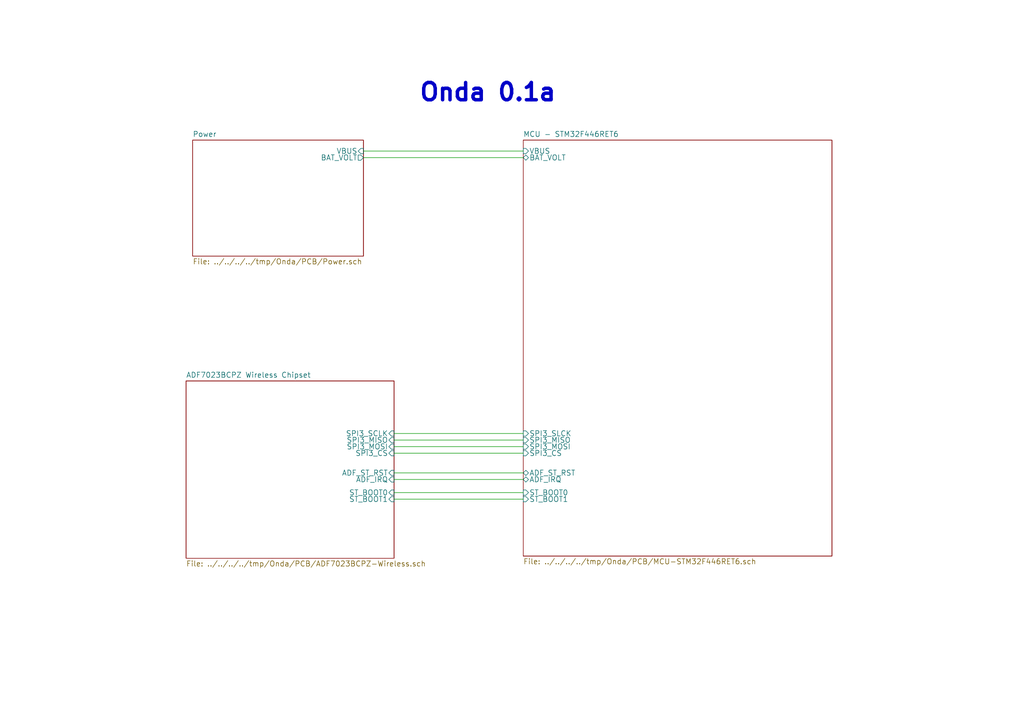
<source format=kicad_sch>
(kicad_sch (version 20230121) (generator eeschema)
  (paper "A4")
  (lib_symbols)
  (wire (pts (xy 151.765 142.875) (xy 114.3 142.875)))
  (wire (pts (xy 114.3 131.445) (xy 151.765 131.445)))
  (wire (pts (xy 105.41 45.72) (xy 151.765 45.72)))
  (wire (pts (xy 151.765 125.73) (xy 114.3 125.73)))
  (wire (pts (xy 114.3 139.065) (xy 151.765 139.065)))
  (wire (pts (xy 114.3 127.635) (xy 151.765 127.635)))
  (wire (pts (xy 114.3 137.16) (xy 151.765 137.16)))
  (wire (pts (xy 114.3 144.78) (xy 151.765 144.78)))
  (wire (pts (xy 151.765 129.54) (xy 114.3 129.54)))
  (wire (pts (xy 105.41 43.815) (xy 151.765 43.815)))
  (text "Onda 0.1a" (at 121.285 29.845 0) (effects (font (size 5.0038 5.0038) (thickness 1.0008) bold) (justify left bottom)))
  (sheet (at 55.88 40.64) (size 49.53 33.655)
    (property "Sheetname" "Power" (at 55.88 39.8014 0) (effects (font (size 1.524 1.524)) (justify left bottom)))
    (property "Sheetfile" "../../../../tmp/Onda/PCB/Power.sch" (at 55.88 74.9812 0) (effects (font (size 1.524 1.524)) (justify left top)))
    (pin "VBUS" input (at 105.41 43.815 0) (effects (font (size 1.524 1.524))))
    (pin "BAT_VOLT" output (at 105.41 45.72 0) (effects (font (size 1.524 1.524))))
  )
  (sheet (at 53.975 110.49) (size 60.325 51.435)
    (property "Sheetname" "ADF7023BCPZ Wireless Chipset" (at 53.975 109.6514 0) (effects (font (size 1.524 1.524)) (justify left bottom)))
    (property "Sheetfile" "../../../../tmp/Onda/PCB/ADF7023BCPZ-Wireless.sch" (at 53.975 162.6112 0) (effects (font (size 1.524 1.524)) (justify left top)))
    (pin "SPI3_CS" input (at 114.3 131.445 0) (effects (font (size 1.524 1.524))))
    (pin "SPI3_MOSI" input (at 114.3 129.54 0) (effects (font (size 1.524 1.524))))
    (pin "SPI3_SCLK" input (at 114.3 125.73 0) (effects (font (size 1.524 1.524))))
    (pin "SPI3_MISO" input (at 114.3 127.635 0) (effects (font (size 1.524 1.524))))
    (pin "ADF_IRQ" input (at 114.3 139.065 0) (effects (font (size 1.524 1.524))))
    (pin "ST_BOOT0" input (at 114.3 142.875 0) (effects (font (size 1.524 1.524))))
    (pin "ST_BOOT1" input (at 114.3 144.78 0) (effects (font (size 1.524 1.524))))
    (pin "ADF_ST_RST" input (at 114.3 137.16 0) (effects (font (size 1.524 1.524))))
  )
  (sheet (at 151.765 40.64) (size 89.535 120.65)
    (property "Sheetname" "MCU - STM32F446RET6" (at 151.765 39.8014 0) (effects (font (size 1.524 1.524)) (justify left bottom)))
    (property "Sheetfile" "../../../../tmp/Onda/PCB/MCU-STM32F446RET6.sch" (at 151.765 161.9762 0) (effects (font (size 1.524 1.524)) (justify left top)))
    (pin "ADF_ST_RST" bidirectional (at 151.765 137.16 180) (effects (font (size 1.524 1.524))))
    (pin "ADF_IRQ" bidirectional (at 151.765 139.065 180) (effects (font (size 1.524 1.524))))
    (pin "VBUS" input (at 151.765 43.815 180) (effects (font (size 1.524 1.524))))
    (pin "ST_BOOT1" input (at 151.765 144.78 180) (effects (font (size 1.524 1.524))))
    (pin "BAT_VOLT" bidirectional (at 151.765 45.72 180) (effects (font (size 1.524 1.524))))
    (pin "SPI3_SLCK" input (at 151.765 125.73 180) (effects (font (size 1.524 1.524))))
    (pin "SPI3_MISO" input (at 151.765 127.635 180) (effects (font (size 1.524 1.524))))
    (pin "SPI3_MOSI" input (at 151.765 129.54 180) (effects (font (size 1.524 1.524))))
    (pin "SPI3_CS" input (at 151.765 131.445 180) (effects (font (size 1.524 1.524))))
    (pin "ST_BOOT0" input (at 151.765 142.875 180) (effects (font (size 1.524 1.524))))
  )
)
</source>
